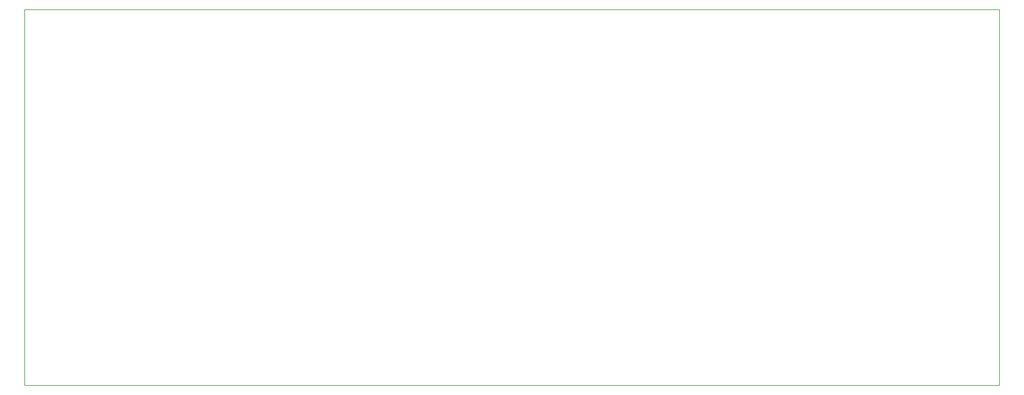
<source format=gko>
%FSLAX24Y24*%
%MOIN*%
G70*
G01*
G75*
G04 Layer_Color=16711935*
%ADD10R,0.0354X0.0354*%
%ADD11R,0.0630X0.0236*%
%ADD12R,0.0630X0.0236*%
%ADD13R,0.0394X0.0394*%
%ADD14O,0.0217X0.0689*%
%ADD15O,0.0689X0.0217*%
%ADD16R,0.1299X0.0787*%
%ADD17O,0.0236X0.0866*%
%ADD18R,0.0492X0.1201*%
%ADD19R,0.2185X0.2559*%
%ADD20R,0.0472X0.1378*%
%ADD21R,0.0335X0.0669*%
%ADD22R,0.0866X0.0925*%
%ADD23C,0.0394*%
%ADD24R,0.0630X0.1181*%
%ADD25R,0.0335X0.0335*%
%ADD26R,0.0787X0.2362*%
%ADD27O,0.0236X0.0866*%
%ADD28R,0.0610X0.0925*%
%ADD29C,0.0150*%
%ADD30C,0.0500*%
%ADD31C,0.0250*%
%ADD32C,0.0300*%
%ADD33C,0.0100*%
%ADD34R,0.0591X0.0591*%
%ADD35C,0.0591*%
%ADD36C,0.1161*%
%ADD37C,0.0630*%
%ADD38C,0.0591*%
%ADD39R,0.0591X0.0591*%
%ADD40P,0.2706X8X22.5*%
%ADD41C,0.0500*%
%ADD42C,0.0394*%
%ADD43C,0.0098*%
%ADD44C,0.0236*%
%ADD45C,0.0079*%
%ADD46R,0.0434X0.0434*%
%ADD47R,0.0710X0.0316*%
%ADD48R,0.0710X0.0316*%
%ADD49R,0.0474X0.0474*%
%ADD50O,0.0297X0.0769*%
%ADD51O,0.0769X0.0297*%
%ADD52R,0.1379X0.0867*%
%ADD53O,0.0316X0.0946*%
%ADD54R,0.0572X0.1281*%
%ADD55R,0.2265X0.2639*%
%ADD56R,0.0552X0.1458*%
%ADD57R,0.0415X0.0749*%
%ADD58R,0.0946X0.1005*%
%ADD59C,0.0984*%
%ADD60R,0.0710X0.1261*%
%ADD61R,0.0415X0.0415*%
%ADD62R,0.0867X0.2442*%
%ADD63O,0.0316X0.0946*%
%ADD64R,0.0690X0.1005*%
%ADD65C,0.1181*%
%ADD66R,0.0671X0.0671*%
%ADD67C,0.0671*%
%ADD68C,0.1241*%
%ADD69C,0.0710*%
%ADD70C,0.0671*%
%ADD71R,0.0671X0.0671*%
%ADD72P,0.2793X8X22.5*%
%ADD73C,0.0580*%
%ADD74C,0.1181*%
D33*
X165124Y0D02*
Y63770D01*
X0Y0D02*
X165124D01*
X0Y63770D02*
X165124D01*
X0Y0D02*
Y63770D01*
M02*

</source>
